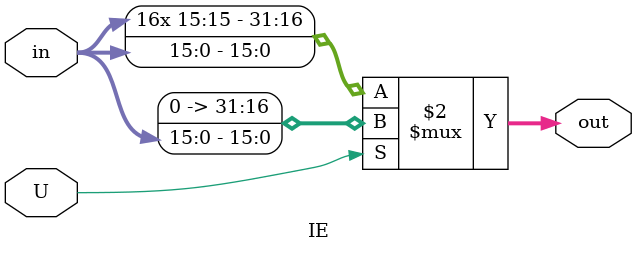
<source format=v>
module IE #(parameter N = 16, M = 32)(
    input [N-1:0] in,
    input U,
    output [M-1:0] out
);
    assign out = (U == 1'b1) ? {{(M-N){1'b0}}, in} : {{(M-N){in[N-1]}}, in};
endmodule

</source>
